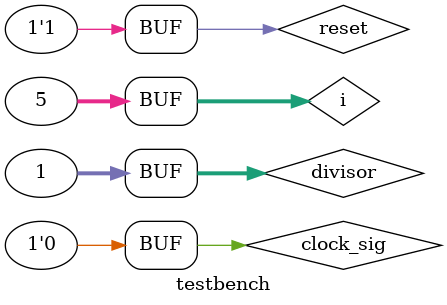
<source format=v>
`timescale 1 ns/1 ns //time scale for the test bench

module testbench();



	reg clock_sig;
	reg [31:0] divisor;
	reg reset;
	
    wire clock_out;
	wire outclk;
	wire [9:0]led_out;

	Our_Clk_Divider_32 clkdivider(clock_sig,outclk,,divisor,reset);
	LED_sequence seq(.clock(outclk),.led_out(led_out),.reset(reset));
	 integer i; 
    initial begin
		
		reset = 1'b1;
		divisor = 32'b10;
		//#50
		//reset = 1'b0;

        for(i=0; i<5; i=i+1)
        begin
            clock_sig <=1;
            #10;
            clock_sig <=0;
            #10;
        end
		
		divisor = 32'b01;
        for(i=0; i<5; i=i+1)
        begin
            clock_sig <=1;
            #10;
            clock_sig <=0;
            #10;
        end
    end


	
endmodule


</source>
